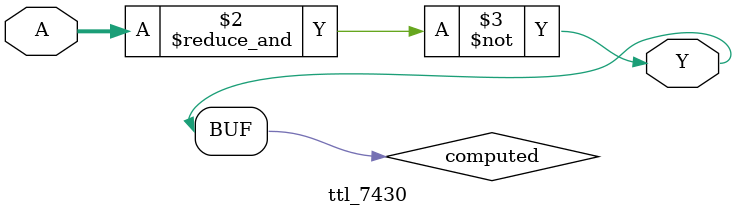
<source format=v>

module ttl_7430 #(parameter WIDTH_IN = 8, DELAY_RISE = 0, DELAY_FALL = 0)
(
  input [WIDTH_IN-1:0] A,
  output Y
);

//------------------------------------------------//
reg computed;

always @(*)
begin
  computed = ~(&A);
end
//------------------------------------------------//

assign #(DELAY_RISE, DELAY_FALL) Y = computed;

endmodule

</source>
